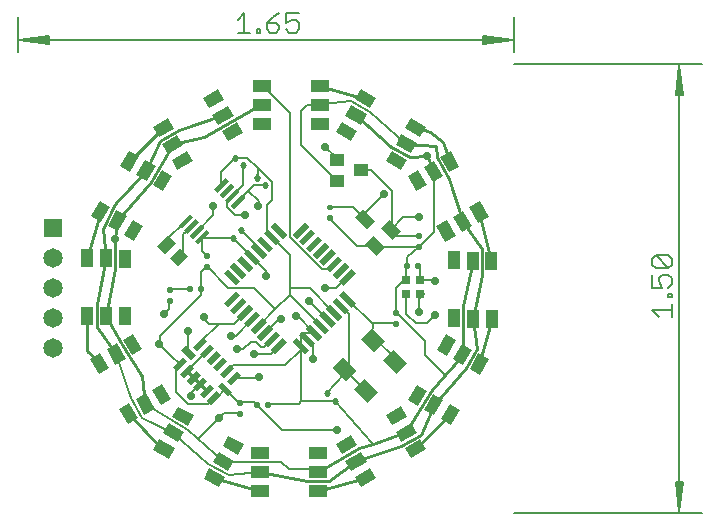
<source format=gbr>
G04 EAGLE Gerber RS-274X export*
G75*
%MOMM*%
%FSLAX34Y34*%
%LPD*%
%INTop Copper*%
%IPPOS*%
%AMOC8*
5,1,8,0,0,1.08239X$1,22.5*%
G01*
%ADD10C,0.130000*%
%ADD11C,0.152400*%
%ADD12R,1.000000X1.400000*%
%ADD13R,0.750000X0.700000*%
%ADD14R,1.143000X1.016000*%
%ADD15C,0.250000*%
%ADD16R,1.200000X0.500000*%
%ADD17R,1.250000X1.000000*%
%ADD18R,0.400000X1.350000*%
%ADD19R,1.250000X1.600000*%
%ADD20R,1.500000X1.000000*%
%ADD21R,1.000000X1.500000*%
%ADD22R,0.508000X1.473200*%
%ADD23R,1.650000X1.650000*%
%ADD24C,1.650000*%
%ADD25C,0.706400*%
%ADD26C,0.200000*%

G36*
X609507Y400179D02*
X609507Y400179D01*
X609531Y400179D01*
X609613Y400213D01*
X609698Y400240D01*
X609719Y400256D01*
X609738Y400264D01*
X609776Y400298D01*
X609848Y400352D01*
X614848Y405352D01*
X614899Y405425D01*
X614955Y405494D01*
X614963Y405516D01*
X614977Y405536D01*
X614999Y405622D01*
X615027Y405706D01*
X615027Y405730D01*
X615033Y405753D01*
X615023Y405842D01*
X615021Y405931D01*
X615012Y405953D01*
X615009Y405976D01*
X614970Y406056D01*
X614936Y406138D01*
X614920Y406156D01*
X614910Y406177D01*
X614845Y406238D01*
X614785Y406304D01*
X614764Y406315D01*
X614747Y406331D01*
X614665Y406366D01*
X614585Y406407D01*
X614559Y406410D01*
X614540Y406419D01*
X614490Y406421D01*
X614400Y406434D01*
X609400Y406434D01*
X609335Y406423D01*
X609269Y406421D01*
X609226Y406403D01*
X609179Y406395D01*
X609122Y406361D01*
X609062Y406336D01*
X609027Y406305D01*
X608986Y406280D01*
X608945Y406229D01*
X608896Y406185D01*
X608874Y406143D01*
X608845Y406106D01*
X608824Y406044D01*
X608793Y405985D01*
X608785Y405931D01*
X608773Y405894D01*
X608774Y405854D01*
X608766Y405800D01*
X608766Y400800D01*
X608782Y400712D01*
X608791Y400624D01*
X608801Y400603D01*
X608805Y400579D01*
X608851Y400502D01*
X608890Y400423D01*
X608907Y400406D01*
X608920Y400386D01*
X608989Y400330D01*
X609053Y400269D01*
X609075Y400260D01*
X609094Y400245D01*
X609178Y400216D01*
X609260Y400181D01*
X609284Y400180D01*
X609306Y400173D01*
X609395Y400175D01*
X609484Y400171D01*
X609507Y400179D01*
G37*
D10*
X270000Y610000D02*
X270000Y639500D01*
X690000Y639500D02*
X690000Y610000D01*
X689350Y620000D02*
X270650Y620000D01*
X296000Y623192D01*
X296000Y616808D01*
X270650Y620000D01*
X296000Y621300D01*
X296000Y618700D02*
X270650Y620000D01*
X296000Y622600D01*
X296000Y617400D02*
X270650Y620000D01*
X664000Y623192D02*
X689350Y620000D01*
X664000Y623192D02*
X664000Y616808D01*
X689350Y620000D01*
X664000Y621300D01*
X664000Y618700D02*
X689350Y620000D01*
X664000Y622600D01*
X664000Y617400D02*
X689350Y620000D01*
D11*
X461416Y642777D02*
X455993Y637354D01*
X461416Y642777D02*
X461416Y626507D01*
X455993Y626507D02*
X466839Y626507D01*
X472364Y626507D02*
X472364Y629219D01*
X475076Y629219D01*
X475076Y626507D01*
X472364Y626507D01*
X485973Y640065D02*
X491397Y642777D01*
X485973Y640065D02*
X480550Y634642D01*
X480550Y629219D01*
X483262Y626507D01*
X488685Y626507D01*
X491397Y629219D01*
X491397Y631930D01*
X488685Y634642D01*
X480550Y634642D01*
X496922Y642777D02*
X507768Y642777D01*
X496922Y642777D02*
X496922Y634642D01*
X502345Y637354D01*
X505057Y637354D01*
X507768Y634642D01*
X507768Y629219D01*
X505057Y626507D01*
X499633Y626507D01*
X496922Y629219D01*
D10*
X690000Y600000D02*
X849500Y600000D01*
X849500Y220000D02*
X690000Y220000D01*
X830000Y220650D02*
X830000Y599350D01*
X826808Y574000D01*
X833192Y574000D01*
X830000Y599350D01*
X828700Y574000D01*
X831300Y574000D02*
X830000Y599350D01*
X827400Y574000D01*
X832600Y574000D02*
X830000Y599350D01*
X826808Y246000D02*
X830000Y220650D01*
X826808Y246000D02*
X833192Y246000D01*
X830000Y220650D01*
X828700Y246000D01*
X831300Y246000D02*
X830000Y220650D01*
X827400Y246000D01*
X832600Y246000D02*
X830000Y220650D01*
D11*
X812646Y385993D02*
X807223Y391416D01*
X823493Y391416D01*
X823493Y385993D02*
X823493Y396839D01*
X823493Y402364D02*
X820781Y402364D01*
X820781Y405076D01*
X823493Y405076D01*
X823493Y402364D01*
X807223Y410550D02*
X807223Y421397D01*
X807223Y410550D02*
X815358Y410550D01*
X812646Y415973D01*
X812646Y418685D01*
X815358Y421397D01*
X820781Y421397D01*
X823493Y418685D01*
X823493Y413262D01*
X820781Y410550D01*
X820781Y426922D02*
X809935Y426922D01*
X807223Y429633D01*
X807223Y435057D01*
X809935Y437768D01*
X820781Y437768D01*
X823493Y435057D01*
X823493Y429633D01*
X820781Y426922D01*
X809935Y437768D01*
D12*
G36*
X572236Y467025D02*
X565165Y459954D01*
X555266Y469853D01*
X562337Y476924D01*
X572236Y467025D01*
G37*
G36*
X594510Y458186D02*
X587439Y451115D01*
X577540Y461014D01*
X584611Y468085D01*
X594510Y458186D01*
G37*
G36*
X581075Y444751D02*
X574004Y437680D01*
X564105Y447579D01*
X571176Y454650D01*
X581075Y444751D01*
G37*
D13*
X610400Y416800D03*
X598400Y416800D03*
X598400Y404800D03*
X610400Y404800D03*
D14*
X560160Y510000D03*
X539840Y501110D03*
X539840Y518890D03*
D15*
X430950Y429725D02*
X430950Y427225D01*
X428450Y427225D01*
X428450Y429725D01*
X430950Y429725D01*
X430950Y429600D02*
X428450Y429600D01*
X430950Y436475D02*
X430950Y438975D01*
X430950Y436475D02*
X428450Y436475D01*
X428450Y438975D01*
X430950Y438975D01*
X430950Y438850D02*
X428450Y438850D01*
X607175Y430550D02*
X609675Y430550D01*
X609675Y428050D01*
X607175Y428050D01*
X607175Y430550D01*
X607175Y430425D02*
X609675Y430425D01*
X600425Y430550D02*
X597925Y430550D01*
X600425Y430550D02*
X600425Y428050D01*
X597925Y428050D01*
X597925Y430550D01*
X597925Y430425D02*
X600425Y430425D01*
D16*
G36*
X413383Y348131D02*
X404899Y339647D01*
X401363Y343183D01*
X409847Y351667D01*
X413383Y348131D01*
G37*
G36*
X419039Y342474D02*
X410555Y333990D01*
X407019Y337526D01*
X415503Y346010D01*
X419039Y342474D01*
G37*
G36*
X424696Y336817D02*
X416212Y328333D01*
X412676Y331869D01*
X421160Y340353D01*
X424696Y336817D01*
G37*
G36*
X430353Y331160D02*
X421869Y322676D01*
X418333Y326212D01*
X426817Y334696D01*
X430353Y331160D01*
G37*
G36*
X436010Y325503D02*
X427526Y317019D01*
X423990Y320555D01*
X432474Y329039D01*
X436010Y325503D01*
G37*
G36*
X441667Y319847D02*
X433183Y311363D01*
X429647Y314899D01*
X438131Y323383D01*
X441667Y319847D01*
G37*
G36*
X443082Y330454D02*
X451566Y321970D01*
X448030Y318434D01*
X439546Y326918D01*
X443082Y330454D01*
G37*
G36*
X446617Y331869D02*
X455101Y340353D01*
X458637Y336817D01*
X450153Y328333D01*
X446617Y331869D01*
G37*
G36*
X440961Y337526D02*
X449445Y346010D01*
X452981Y342474D01*
X444497Y333990D01*
X440961Y337526D01*
G37*
G36*
X435304Y343183D02*
X443788Y351667D01*
X447324Y348131D01*
X438840Y339647D01*
X435304Y343183D01*
G37*
G36*
X429647Y348840D02*
X438131Y357324D01*
X441667Y353788D01*
X433183Y345304D01*
X429647Y348840D01*
G37*
G36*
X423990Y354497D02*
X432474Y362981D01*
X436010Y359445D01*
X427526Y350961D01*
X423990Y354497D01*
G37*
G36*
X418333Y360153D02*
X426817Y368637D01*
X430353Y365101D01*
X421869Y356617D01*
X418333Y360153D01*
G37*
G36*
X416918Y349546D02*
X408434Y358030D01*
X411970Y361566D01*
X420454Y353082D01*
X416918Y349546D01*
G37*
D15*
X470525Y310750D02*
X473025Y310750D01*
X470525Y310750D02*
X470525Y313250D01*
X473025Y313250D01*
X473025Y310750D01*
X473025Y313125D02*
X470525Y313125D01*
X479775Y310750D02*
X482275Y310750D01*
X479775Y310750D02*
X479775Y313250D01*
X482275Y313250D01*
X482275Y310750D01*
X482275Y313125D02*
X479775Y313125D01*
X462442Y514104D02*
X460675Y515871D01*
X462442Y514104D02*
X460675Y512337D01*
X458908Y514104D01*
X460675Y515871D01*
X461834Y514712D02*
X459516Y514712D01*
X455901Y520645D02*
X454134Y522412D01*
X455901Y520645D02*
X454134Y518878D01*
X452367Y520645D01*
X454134Y522412D01*
X455293Y521253D02*
X452975Y521253D01*
X478941Y498960D02*
X480708Y497193D01*
X478941Y495426D01*
X477174Y497193D01*
X478941Y498960D01*
X480100Y497801D02*
X477782Y497801D01*
X474167Y503734D02*
X472400Y505501D01*
X474167Y503734D02*
X472400Y501967D01*
X470633Y503734D01*
X472400Y505501D01*
X473559Y504342D02*
X471241Y504342D01*
X416659Y408800D02*
X414159Y408800D01*
X414159Y411300D01*
X416659Y411300D01*
X416659Y408800D01*
X416659Y411175D02*
X414159Y411175D01*
X423409Y408800D02*
X425909Y408800D01*
X423409Y408800D02*
X423409Y411300D01*
X425909Y411300D01*
X425909Y408800D01*
X425909Y411175D02*
X423409Y411175D01*
X399250Y401225D02*
X399250Y398725D01*
X396750Y398725D01*
X396750Y401225D01*
X399250Y401225D01*
X399250Y401100D02*
X396750Y401100D01*
X399250Y407975D02*
X399250Y410475D01*
X399250Y407975D02*
X396750Y407975D01*
X396750Y410475D01*
X399250Y410475D01*
X399250Y410350D02*
X396750Y410350D01*
X610550Y443825D02*
X610550Y446325D01*
X610550Y443825D02*
X608050Y443825D01*
X608050Y446325D01*
X610550Y446325D01*
X610550Y446200D02*
X608050Y446200D01*
X610550Y453075D02*
X610550Y455575D01*
X610550Y453075D02*
X608050Y453075D01*
X608050Y455575D01*
X610550Y455575D01*
X610550Y455450D02*
X608050Y455450D01*
D17*
G36*
X398433Y435454D02*
X407270Y444291D01*
X414341Y437220D01*
X405504Y428383D01*
X398433Y435454D01*
G37*
G36*
X387826Y446061D02*
X396663Y454898D01*
X403734Y447827D01*
X394897Y438990D01*
X387826Y446061D01*
G37*
D18*
G36*
X422665Y447141D02*
X419836Y449970D01*
X429381Y459515D01*
X432210Y456686D01*
X422665Y447141D01*
G37*
G36*
X418069Y451737D02*
X415240Y454566D01*
X424785Y464111D01*
X427614Y461282D01*
X418069Y451737D01*
G37*
G36*
X413473Y456333D02*
X410644Y459162D01*
X420189Y468707D01*
X423018Y465878D01*
X413473Y456333D01*
G37*
G36*
X408877Y460929D02*
X406048Y463758D01*
X415593Y473303D01*
X418422Y470474D01*
X408877Y460929D01*
G37*
G36*
X452717Y477193D02*
X449888Y480022D01*
X459433Y489567D01*
X462262Y486738D01*
X452717Y477193D01*
G37*
G36*
X448121Y481789D02*
X445292Y484618D01*
X454837Y494163D01*
X457666Y491334D01*
X448121Y481789D01*
G37*
G36*
X443525Y486385D02*
X440696Y489214D01*
X450241Y498759D01*
X453070Y495930D01*
X443525Y486385D01*
G37*
G36*
X438929Y490981D02*
X436100Y493810D01*
X445645Y503355D01*
X448474Y500526D01*
X438929Y490981D01*
G37*
D15*
X456050Y314875D02*
X456050Y312375D01*
X456050Y314875D02*
X458550Y314875D01*
X458550Y312375D01*
X456050Y312375D01*
X456050Y314750D02*
X458550Y314750D01*
X456050Y305625D02*
X456050Y303125D01*
X456050Y305625D02*
X458550Y305625D01*
X458550Y303125D01*
X456050Y303125D01*
X456050Y305500D02*
X458550Y305500D01*
X534750Y468325D02*
X534750Y470825D01*
X534750Y468325D02*
X532250Y468325D01*
X532250Y470825D01*
X534750Y470825D01*
X534750Y470700D02*
X532250Y470700D01*
X534750Y477575D02*
X534750Y480075D01*
X534750Y477575D02*
X532250Y477575D01*
X532250Y480075D01*
X534750Y480075D01*
X534750Y479950D02*
X532250Y479950D01*
X588550Y391075D02*
X588550Y388575D01*
X588550Y391075D02*
X591050Y391075D01*
X591050Y388575D01*
X588550Y388575D01*
X588550Y390950D02*
X591050Y390950D01*
X588550Y381825D02*
X588550Y379325D01*
X588550Y381825D02*
X591050Y381825D01*
X591050Y379325D01*
X588550Y379325D01*
X588550Y381700D02*
X591050Y381700D01*
X538322Y316365D02*
X540089Y314598D01*
X538322Y312831D01*
X536555Y314598D01*
X538322Y316365D01*
X539481Y315206D02*
X537163Y315206D01*
X533548Y321139D02*
X531781Y322906D01*
X533548Y321139D02*
X531781Y319372D01*
X530014Y321139D01*
X531781Y322906D01*
X532940Y321747D02*
X530622Y321747D01*
D19*
G36*
X556310Y340381D02*
X547471Y331542D01*
X536158Y342855D01*
X544997Y351694D01*
X556310Y340381D01*
G37*
G36*
X574695Y321996D02*
X565856Y313157D01*
X554543Y324470D01*
X563382Y333309D01*
X574695Y321996D01*
G37*
G36*
X580706Y364776D02*
X571867Y355937D01*
X560554Y367250D01*
X569393Y376089D01*
X580706Y364776D01*
G37*
G36*
X599090Y346392D02*
X590251Y337553D01*
X578938Y348866D01*
X587777Y357705D01*
X599090Y346392D01*
G37*
D20*
X476440Y549070D03*
X476490Y565100D03*
X476490Y581150D03*
X525480Y549030D03*
X525580Y565130D03*
X525580Y581200D03*
G36*
X552088Y534818D02*
X539098Y542318D01*
X544098Y550978D01*
X557088Y543478D01*
X552088Y534818D01*
G37*
G36*
X560147Y548675D02*
X547157Y556175D01*
X552157Y564835D01*
X565147Y557335D01*
X560147Y548675D01*
G37*
G36*
X568172Y562575D02*
X555182Y570075D01*
X560182Y578735D01*
X573172Y571235D01*
X568172Y562575D01*
G37*
G36*
X594538Y510263D02*
X581548Y517763D01*
X586548Y526423D01*
X599538Y518923D01*
X594538Y510263D01*
G37*
G36*
X602675Y524156D02*
X589685Y531656D01*
X594685Y540316D01*
X607675Y532816D01*
X602675Y524156D01*
G37*
G36*
X610710Y538073D02*
X597720Y545573D01*
X602720Y554233D01*
X615710Y546733D01*
X610710Y538073D01*
G37*
G36*
X607369Y492043D02*
X599869Y505033D01*
X608529Y510033D01*
X616029Y497043D01*
X607369Y492043D01*
G37*
G36*
X621276Y500014D02*
X613776Y513004D01*
X622436Y518004D01*
X629936Y505014D01*
X621276Y500014D01*
G37*
G36*
X635176Y508039D02*
X627676Y521029D01*
X636336Y526029D01*
X643836Y513039D01*
X635176Y508039D01*
G37*
G36*
X631854Y449553D02*
X624354Y462543D01*
X633014Y467543D01*
X640514Y454553D01*
X631854Y449553D01*
G37*
G36*
X645847Y457516D02*
X638347Y470506D01*
X647007Y475506D01*
X654507Y462516D01*
X645847Y457516D01*
G37*
G36*
X659764Y465551D02*
X652264Y478541D01*
X660924Y483541D01*
X668424Y470551D01*
X659764Y465551D01*
G37*
D21*
X638870Y433560D03*
X654900Y433510D03*
X670950Y433510D03*
X638830Y384520D03*
X654930Y384420D03*
X671000Y384420D03*
D20*
G36*
X624666Y357916D02*
X632166Y370906D01*
X640826Y365906D01*
X633326Y352916D01*
X624666Y357916D01*
G37*
G36*
X638523Y349858D02*
X646023Y362848D01*
X654683Y357848D01*
X647183Y344858D01*
X638523Y349858D01*
G37*
G36*
X652423Y341833D02*
X659923Y354823D01*
X668583Y349823D01*
X661083Y336833D01*
X652423Y341833D01*
G37*
G36*
X600111Y315466D02*
X607611Y328456D01*
X616271Y323456D01*
X608771Y310466D01*
X600111Y315466D01*
G37*
G36*
X614004Y307330D02*
X621504Y320320D01*
X630164Y315320D01*
X622664Y302330D01*
X614004Y307330D01*
G37*
G36*
X627921Y299295D02*
X635421Y312285D01*
X644081Y307285D01*
X636581Y294295D01*
X627921Y299295D01*
G37*
G36*
X581750Y302541D02*
X594740Y310041D01*
X599740Y301381D01*
X586750Y293881D01*
X581750Y302541D01*
G37*
G36*
X589722Y288634D02*
X602712Y296134D01*
X607712Y287474D01*
X594722Y279974D01*
X589722Y288634D01*
G37*
G36*
X597747Y274734D02*
X610737Y282234D01*
X615737Y273574D01*
X602747Y266074D01*
X597747Y274734D01*
G37*
G36*
X539260Y278056D02*
X552250Y285556D01*
X557250Y276896D01*
X544260Y269396D01*
X539260Y278056D01*
G37*
G36*
X547223Y264063D02*
X560213Y271563D01*
X565213Y262903D01*
X552223Y255403D01*
X547223Y264063D01*
G37*
G36*
X555258Y250146D02*
X568248Y257646D01*
X573248Y248986D01*
X560258Y241486D01*
X555258Y250146D01*
G37*
X523760Y270830D03*
X523710Y254800D03*
X523710Y238750D03*
X474720Y270870D03*
X474620Y254770D03*
X474620Y238700D03*
G36*
X448245Y285280D02*
X461235Y277780D01*
X456235Y269120D01*
X443245Y276620D01*
X448245Y285280D01*
G37*
G36*
X440187Y271423D02*
X453177Y263923D01*
X448177Y255263D01*
X435187Y262763D01*
X440187Y271423D01*
G37*
G36*
X432162Y257523D02*
X445152Y250023D01*
X440152Y241363D01*
X427162Y248863D01*
X432162Y257523D01*
G37*
G36*
X405795Y309835D02*
X418785Y302335D01*
X413785Y293675D01*
X400795Y301175D01*
X405795Y309835D01*
G37*
G36*
X397659Y295942D02*
X410649Y288442D01*
X405649Y279782D01*
X392659Y287282D01*
X397659Y295942D01*
G37*
G36*
X389624Y282025D02*
X402614Y274525D01*
X397614Y265865D01*
X384624Y273365D01*
X389624Y282025D01*
G37*
G36*
X392232Y328916D02*
X399732Y315926D01*
X391072Y310926D01*
X383572Y323916D01*
X392232Y328916D01*
G37*
G36*
X378325Y320944D02*
X385825Y307954D01*
X377165Y302954D01*
X369665Y315944D01*
X378325Y320944D01*
G37*
G36*
X364425Y312919D02*
X371925Y299929D01*
X363265Y294929D01*
X355765Y307919D01*
X364425Y312919D01*
G37*
G36*
X367747Y371406D02*
X375247Y358416D01*
X366587Y353416D01*
X359087Y366406D01*
X367747Y371406D01*
G37*
G36*
X353754Y363442D02*
X361254Y350452D01*
X352594Y345452D01*
X345094Y358442D01*
X353754Y363442D01*
G37*
G36*
X339837Y355407D02*
X347337Y342417D01*
X338677Y337417D01*
X331177Y350407D01*
X339837Y355407D01*
G37*
D21*
X360630Y386140D03*
X344600Y386190D03*
X328550Y386190D03*
X360670Y435180D03*
X344570Y435280D03*
X328500Y435280D03*
D20*
G36*
X375889Y463027D02*
X368389Y450037D01*
X359729Y455037D01*
X367229Y468027D01*
X375889Y463027D01*
G37*
G36*
X362031Y471086D02*
X354531Y458096D01*
X345871Y463096D01*
X353371Y476086D01*
X362031Y471086D01*
G37*
G36*
X348132Y479111D02*
X340632Y466121D01*
X331972Y471121D01*
X339472Y484111D01*
X348132Y479111D01*
G37*
G36*
X400443Y505477D02*
X392943Y492487D01*
X384283Y497487D01*
X391783Y510477D01*
X400443Y505477D01*
G37*
G36*
X386550Y513614D02*
X379050Y500624D01*
X370390Y505624D01*
X377890Y518614D01*
X386550Y513614D01*
G37*
G36*
X372633Y521649D02*
X365133Y508659D01*
X356473Y513659D01*
X363973Y526649D01*
X372633Y521649D01*
G37*
G36*
X418057Y517365D02*
X405067Y509865D01*
X400067Y518525D01*
X413057Y526025D01*
X418057Y517365D01*
G37*
G36*
X410085Y531272D02*
X397095Y523772D01*
X392095Y532432D01*
X405085Y539932D01*
X410085Y531272D01*
G37*
G36*
X402060Y545172D02*
X389070Y537672D01*
X384070Y546332D01*
X397060Y553832D01*
X402060Y545172D01*
G37*
G36*
X460546Y541850D02*
X447556Y534350D01*
X442556Y543010D01*
X455546Y550510D01*
X460546Y541850D01*
G37*
G36*
X452583Y555843D02*
X439593Y548343D01*
X434593Y557003D01*
X447583Y564503D01*
X452583Y555843D01*
G37*
G36*
X444548Y569760D02*
X431558Y562260D01*
X426558Y570920D01*
X439548Y578420D01*
X444548Y569760D01*
G37*
D22*
G36*
X516343Y357735D02*
X512751Y354143D01*
X502335Y364559D01*
X505927Y368151D01*
X516343Y357735D01*
G37*
G36*
X521911Y363303D02*
X518319Y359711D01*
X507903Y370127D01*
X511495Y373719D01*
X521911Y363303D01*
G37*
G36*
X527659Y369051D02*
X524067Y365459D01*
X513651Y375875D01*
X517243Y379467D01*
X527659Y369051D01*
G37*
G36*
X533226Y374618D02*
X529634Y371026D01*
X519218Y381442D01*
X522810Y385034D01*
X533226Y374618D01*
G37*
G36*
X538974Y380366D02*
X535382Y376774D01*
X524966Y387190D01*
X528558Y390782D01*
X538974Y380366D01*
G37*
G36*
X544541Y385933D02*
X540949Y382341D01*
X530533Y392757D01*
X534125Y396349D01*
X544541Y385933D01*
G37*
G36*
X550289Y391681D02*
X546697Y388089D01*
X536281Y398505D01*
X539873Y402097D01*
X550289Y391681D01*
G37*
G36*
X555857Y397249D02*
X552265Y393657D01*
X541849Y404073D01*
X545441Y407665D01*
X555857Y397249D01*
G37*
G36*
X545441Y412335D02*
X541849Y415927D01*
X552265Y426343D01*
X555857Y422751D01*
X545441Y412335D01*
G37*
G36*
X539873Y417903D02*
X536281Y421495D01*
X546697Y431911D01*
X550289Y428319D01*
X539873Y417903D01*
G37*
G36*
X534125Y423651D02*
X530533Y427243D01*
X540949Y437659D01*
X544541Y434067D01*
X534125Y423651D01*
G37*
G36*
X528558Y429218D02*
X524966Y432810D01*
X535382Y443226D01*
X538974Y439634D01*
X528558Y429218D01*
G37*
G36*
X522810Y434966D02*
X519218Y438558D01*
X529634Y448974D01*
X533226Y445382D01*
X522810Y434966D01*
G37*
G36*
X517243Y440533D02*
X513651Y444125D01*
X524067Y454541D01*
X527659Y450949D01*
X517243Y440533D01*
G37*
G36*
X511495Y446281D02*
X507903Y449873D01*
X518319Y460289D01*
X521911Y456697D01*
X511495Y446281D01*
G37*
G36*
X505927Y451849D02*
X502335Y455441D01*
X512751Y465857D01*
X516343Y462265D01*
X505927Y451849D01*
G37*
G36*
X497665Y455441D02*
X494073Y451849D01*
X483657Y462265D01*
X487249Y465857D01*
X497665Y455441D01*
G37*
G36*
X492097Y449873D02*
X488505Y446281D01*
X478089Y456697D01*
X481681Y460289D01*
X492097Y449873D01*
G37*
G36*
X486349Y444125D02*
X482757Y440533D01*
X472341Y450949D01*
X475933Y454541D01*
X486349Y444125D01*
G37*
G36*
X480782Y438558D02*
X477190Y434966D01*
X466774Y445382D01*
X470366Y448974D01*
X480782Y438558D01*
G37*
G36*
X475034Y432810D02*
X471442Y429218D01*
X461026Y439634D01*
X464618Y443226D01*
X475034Y432810D01*
G37*
G36*
X469467Y427243D02*
X465875Y423651D01*
X455459Y434067D01*
X459051Y437659D01*
X469467Y427243D01*
G37*
G36*
X463719Y421495D02*
X460127Y417903D01*
X449711Y428319D01*
X453303Y431911D01*
X463719Y421495D01*
G37*
G36*
X458151Y415927D02*
X454559Y412335D01*
X444143Y422751D01*
X447735Y426343D01*
X458151Y415927D01*
G37*
G36*
X447735Y393657D02*
X444143Y397249D01*
X454559Y407665D01*
X458151Y404073D01*
X447735Y393657D01*
G37*
G36*
X453303Y388089D02*
X449711Y391681D01*
X460127Y402097D01*
X463719Y398505D01*
X453303Y388089D01*
G37*
G36*
X459051Y382341D02*
X455459Y385933D01*
X465875Y396349D01*
X469467Y392757D01*
X459051Y382341D01*
G37*
G36*
X464618Y376774D02*
X461026Y380366D01*
X471442Y390782D01*
X475034Y387190D01*
X464618Y376774D01*
G37*
G36*
X470366Y371026D02*
X466774Y374618D01*
X477190Y385034D01*
X480782Y381442D01*
X470366Y371026D01*
G37*
G36*
X475933Y365459D02*
X472341Y369051D01*
X482757Y379467D01*
X486349Y375875D01*
X475933Y365459D01*
G37*
G36*
X481681Y359711D02*
X478089Y363303D01*
X488505Y373719D01*
X492097Y370127D01*
X481681Y359711D01*
G37*
G36*
X487249Y354143D02*
X483657Y357735D01*
X494073Y368151D01*
X497665Y364559D01*
X487249Y354143D01*
G37*
D15*
X452088Y451053D02*
X453855Y452820D01*
X452088Y451053D02*
X450321Y452820D01*
X452088Y454587D01*
X453855Y452820D01*
X453247Y453428D02*
X450929Y453428D01*
X458629Y457593D02*
X460396Y459360D01*
X458629Y457593D02*
X456862Y459360D01*
X458629Y461127D01*
X460396Y459360D01*
X459788Y459968D02*
X457470Y459968D01*
D23*
X300000Y460800D03*
D24*
X300000Y435400D03*
X300000Y410000D03*
X300000Y384600D03*
X300000Y359200D03*
D15*
X418686Y334343D02*
X424343Y328686D01*
X418686Y334343D02*
X413029Y340000D01*
X424343Y328686D02*
X430000Y323029D01*
X598975Y429150D02*
X599175Y429300D01*
X427300Y537700D02*
X401090Y531852D01*
X427300Y537700D02*
X474741Y565100D01*
X556152Y556755D02*
X586200Y529600D01*
X601700Y521300D01*
X616300Y521600D01*
D25*
X616300Y521600D03*
D15*
X621856Y509009D01*
X646800Y374400D02*
X646603Y353853D01*
X646800Y374400D02*
X646700Y395100D01*
X654900Y433510D01*
X353951Y467091D02*
X352300Y451900D01*
D25*
X352300Y451900D03*
D15*
X352100Y426300D02*
X344600Y386190D01*
X352100Y426300D02*
X352300Y444200D01*
X352300Y451900D01*
X344600Y386190D02*
X356300Y365100D01*
X365800Y350200D01*
X375105Y335808D01*
X377745Y311949D01*
X598717Y288054D02*
X610700Y308100D01*
X620200Y324000D01*
X630872Y336067D01*
X646603Y353853D01*
X476490Y565100D02*
X474741Y565100D01*
X401090Y531852D02*
X391600Y516100D01*
X382400Y499800D01*
X353951Y467091D01*
X523710Y254800D02*
X544700Y266100D01*
X559200Y274500D01*
X570551Y278393D01*
X598717Y288054D01*
D26*
X598400Y416800D02*
X598400Y428525D01*
X599175Y429300D01*
X599175Y436200D01*
X609300Y445075D01*
X531970Y383778D02*
X516300Y399400D01*
D25*
X516300Y399400D03*
X505600Y386200D03*
D26*
X506000Y387117D01*
X520655Y372463D01*
X468030Y436222D02*
X468030Y436877D01*
X452088Y452820D01*
X426532Y452820D01*
X426023Y453328D01*
X468030Y436222D02*
X480000Y424253D01*
X480000Y420000D01*
D25*
X480000Y420000D03*
D26*
X430000Y356971D02*
X413029Y340000D01*
X413029Y340000D01*
X398600Y299000D02*
X377745Y311949D01*
X398600Y299000D02*
X414300Y290000D01*
X444182Y263343D01*
X444375Y304375D02*
X457300Y304375D01*
X444375Y304375D02*
X440000Y300000D01*
D25*
X440000Y300000D03*
X416900Y318800D03*
D26*
X416900Y332557D02*
X418686Y334343D01*
X374841Y335140D02*
X374341Y335472D01*
X375105Y335808D01*
X538322Y314598D02*
X570151Y278769D01*
X570551Y278393D01*
X507625Y312001D02*
X481025Y312000D01*
X507625Y312001D02*
X509962Y314538D01*
X538322Y314598D01*
X492757Y263343D02*
X444182Y263343D01*
X492757Y263343D02*
X499500Y256600D01*
X521910Y256600D01*
X523710Y254800D01*
X520655Y372463D02*
X509962Y372463D01*
X509962Y314538D01*
X589800Y389825D02*
X614600Y365125D01*
X614600Y353400D01*
X630872Y337128D01*
X630872Y336067D01*
X590000Y389725D02*
X589800Y389825D01*
X590000Y389725D02*
X590000Y410000D01*
X596800Y416800D01*
X598400Y416800D01*
X440000Y300000D02*
X430000Y290000D01*
X621856Y457631D02*
X621856Y509009D01*
X621856Y457631D02*
X609300Y445075D01*
X608510Y444765D01*
X430000Y290000D02*
X429705Y290000D01*
X422442Y282737D01*
X416900Y318800D02*
X416900Y321243D01*
X424343Y328686D01*
X572590Y446165D02*
X573680Y445075D01*
X609300Y445075D01*
X426023Y441402D02*
X426023Y453328D01*
X426023Y441402D02*
X429700Y437725D01*
X556910Y446165D02*
X572590Y446165D01*
X556910Y446165D02*
X533500Y469575D01*
X560160Y471775D02*
X563751Y468439D01*
X580000Y490000D02*
X580000Y490160D01*
D25*
X580000Y490000D03*
D26*
X580000Y490160D02*
X563751Y473911D01*
X563751Y468439D01*
X553365Y478825D01*
X533500Y478825D01*
X395780Y450662D02*
X395780Y446944D01*
X395780Y450662D02*
X412235Y467116D01*
D25*
X435400Y479500D03*
D26*
X435400Y471897D01*
X421427Y457924D01*
X460675Y497171D02*
X460675Y514104D01*
X460675Y497171D02*
X451479Y487976D01*
X414444Y355556D02*
X413800Y355100D01*
X413900Y374200D01*
D25*
X413900Y374200D03*
X450000Y370000D03*
D26*
X454253Y370000D01*
X468030Y383778D01*
X610000Y404400D02*
X610400Y404800D01*
X610000Y404400D02*
X610000Y390000D01*
D25*
X610000Y390000D03*
X462500Y471900D03*
D26*
X446856Y483353D02*
X451479Y487976D01*
X446856Y483353D02*
X446856Y478765D01*
X453721Y471900D01*
X462500Y471900D01*
X469889Y497193D02*
X478941Y497193D01*
X469889Y497193D02*
X456075Y483380D01*
X462463Y389345D02*
X453117Y380000D01*
X440000Y380000D01*
X424343Y364343D01*
X424343Y362627D01*
X456075Y483380D02*
X465020Y492180D01*
X474400Y484200D01*
X473000Y480000D01*
D25*
X473000Y480000D03*
X623300Y387500D03*
D26*
X616000Y380200D01*
X606700Y380200D01*
X598400Y388500D01*
X598400Y404800D01*
X462463Y389345D02*
X453217Y380100D01*
X431800Y380100D01*
X427600Y384300D01*
X427600Y386000D01*
D25*
X427600Y386000D03*
D26*
X476490Y581150D02*
X477228Y581150D01*
X500000Y558378D01*
X500000Y470000D01*
X500000Y453487D01*
X527301Y426186D01*
X533069Y426186D01*
X537537Y430655D01*
X438485Y317373D02*
X435657Y317373D01*
X438485Y317373D02*
X445556Y324444D01*
X457300Y313625D02*
X457300Y312700D01*
X442287Y497168D02*
X442287Y508798D01*
X454134Y520645D01*
X464355Y520645D01*
X473400Y511600D01*
X473400Y504734D01*
X472400Y503734D01*
X485093Y453285D02*
X500000Y438378D01*
X500000Y410000D01*
X500000Y404253D01*
X487874Y392126D01*
X473778Y378030D01*
X500000Y404253D02*
X526222Y378030D01*
X500000Y404253D02*
X500000Y404253D01*
X516883Y410000D02*
X537537Y389345D01*
X516883Y410000D02*
X500000Y410000D01*
X445556Y324444D02*
X456375Y313625D01*
X457300Y313625D01*
X407373Y345657D02*
X400000Y353029D01*
X389800Y362900D01*
D25*
X389800Y362900D03*
D26*
X587288Y454625D02*
X586025Y459600D01*
X587288Y454625D02*
X609300Y454325D01*
X448175Y410000D02*
X429700Y428475D01*
X448175Y410000D02*
X470000Y410000D01*
X487874Y392126D01*
X487874Y392126D01*
X470150Y313625D02*
X471775Y312000D01*
X470150Y313625D02*
X457300Y313625D01*
X586025Y459600D02*
X596425Y470000D01*
X610000Y470000D01*
D25*
X610000Y470000D03*
X540000Y290000D03*
D26*
X424659Y404659D02*
X424659Y410050D01*
X424659Y404659D02*
X390000Y370000D01*
X389800Y362900D01*
X493775Y290000D02*
X540000Y290000D01*
X493775Y290000D02*
X471775Y312000D01*
X407373Y345657D02*
X403987Y342271D01*
X414181Y312236D02*
X430520Y312236D01*
X435657Y317373D01*
X403987Y322430D02*
X403987Y342271D01*
X403987Y322430D02*
X414181Y312236D01*
X424659Y423434D02*
X429700Y428475D01*
X424659Y423434D02*
X424659Y410050D01*
X480624Y457754D02*
X485093Y453285D01*
X480624Y457754D02*
X480624Y480624D01*
X484991Y484991D01*
X484991Y500009D01*
X473400Y511600D01*
X560160Y510000D02*
X569283Y510000D01*
X586564Y492719D01*
X586564Y460139D01*
X586025Y459600D01*
X451871Y344800D02*
X446971Y340000D01*
X451871Y344800D02*
X496100Y344800D01*
X509339Y358139D01*
X509339Y361147D01*
X610400Y416800D02*
X610400Y427325D01*
X608425Y429300D01*
X520000Y361622D02*
X514907Y366715D01*
X520000Y361622D02*
X520000Y350000D01*
D25*
X520000Y350000D03*
X623100Y416400D03*
D26*
X622700Y416800D01*
X610400Y416800D01*
X410000Y439950D02*
X406387Y436337D01*
X412155Y457845D02*
X416831Y462520D01*
X410000Y455689D02*
X410000Y439950D01*
X410000Y455689D02*
X412155Y457845D01*
X415409Y410050D02*
X414585Y409225D01*
X398000Y409225D01*
X539840Y518890D02*
X539840Y520160D01*
X530000Y530000D01*
D25*
X530000Y530000D03*
X530000Y410000D03*
D26*
X539513Y410000D01*
X548853Y419339D01*
D15*
X649000Y342200D02*
X622084Y311325D01*
X649000Y342200D02*
X658800Y358900D01*
X654930Y384420D01*
X662900Y443600D02*
X646427Y466511D01*
X662900Y443600D02*
X662900Y420900D01*
X654930Y384420D01*
X646427Y466511D02*
X635000Y502900D01*
X624700Y521000D01*
X443588Y556423D02*
X406200Y544100D01*
X390200Y534900D01*
X378470Y509619D01*
X352500Y481200D01*
X341700Y460600D01*
X344570Y435280D01*
X336700Y396600D01*
X336700Y377300D01*
X353174Y354447D01*
X474620Y254770D02*
X514700Y246800D01*
X533700Y246800D01*
X556218Y263483D01*
X594600Y276500D01*
X611300Y285900D01*
X622084Y311325D01*
X624700Y521000D02*
X624200Y530600D01*
X598680Y532236D01*
D26*
X401654Y287862D02*
X375000Y300500D01*
X365700Y317300D01*
X353174Y354447D01*
X401654Y287862D02*
X431200Y261000D01*
X448800Y251600D01*
X474620Y254770D01*
X520000Y565130D02*
X525580Y565130D01*
X520000Y565130D02*
X515130Y565130D01*
X510000Y560000D01*
X510000Y530950D02*
X539840Y501110D01*
X567900Y559300D02*
X598680Y532236D01*
X567900Y559300D02*
X552200Y568200D01*
X520000Y565130D01*
X510000Y560000D02*
X510000Y530950D01*
X543285Y395093D02*
X550000Y388378D01*
X550000Y360000D01*
X550034Y343534D01*
X546234Y341618D01*
X545960Y337318D02*
X531781Y321139D01*
X545960Y337318D02*
X546234Y341618D01*
X569814Y380661D02*
X589800Y380575D01*
X569814Y380661D02*
X548853Y400661D01*
X570425Y380500D02*
X589800Y380575D01*
X570425Y380500D02*
X570000Y370000D01*
X590000Y350000D01*
X564619Y323233D02*
X550000Y337853D01*
X550000Y340000D01*
D15*
X564177Y570655D02*
X525580Y581200D01*
X629700Y533900D02*
X635756Y517034D01*
X629700Y533900D02*
X618600Y542600D01*
X606715Y546153D01*
X660344Y474546D02*
X670950Y433510D01*
X671000Y384420D02*
X660503Y345828D01*
X636001Y303290D02*
X606742Y274154D01*
X564253Y249566D02*
X523710Y238750D01*
X474620Y238700D02*
X436157Y249443D01*
X393619Y273945D02*
X390900Y275000D01*
X363845Y303924D01*
X339257Y346412D02*
X328550Y357119D01*
X328550Y386190D01*
X328500Y435280D02*
X340052Y475116D01*
X364553Y517654D02*
X393065Y545752D01*
D26*
X458629Y459360D02*
X473778Y444212D01*
X473778Y441970D01*
D25*
X492600Y383900D03*
D26*
X490783Y383900D01*
X479345Y372463D01*
D25*
X455400Y358600D03*
D26*
X460500Y358700D01*
X467000Y364400D01*
X471600Y364400D01*
X475700Y360300D01*
X478678Y360300D01*
X485093Y366715D01*
X490661Y361147D02*
X484113Y354100D01*
X469800Y354000D01*
D25*
X469800Y354000D03*
X473700Y334500D03*
D26*
X473543Y334343D01*
X452627Y334343D01*
X398000Y392400D02*
X398000Y399975D01*
X398000Y392400D02*
X393500Y387900D01*
D25*
X393500Y387900D03*
M02*

</source>
